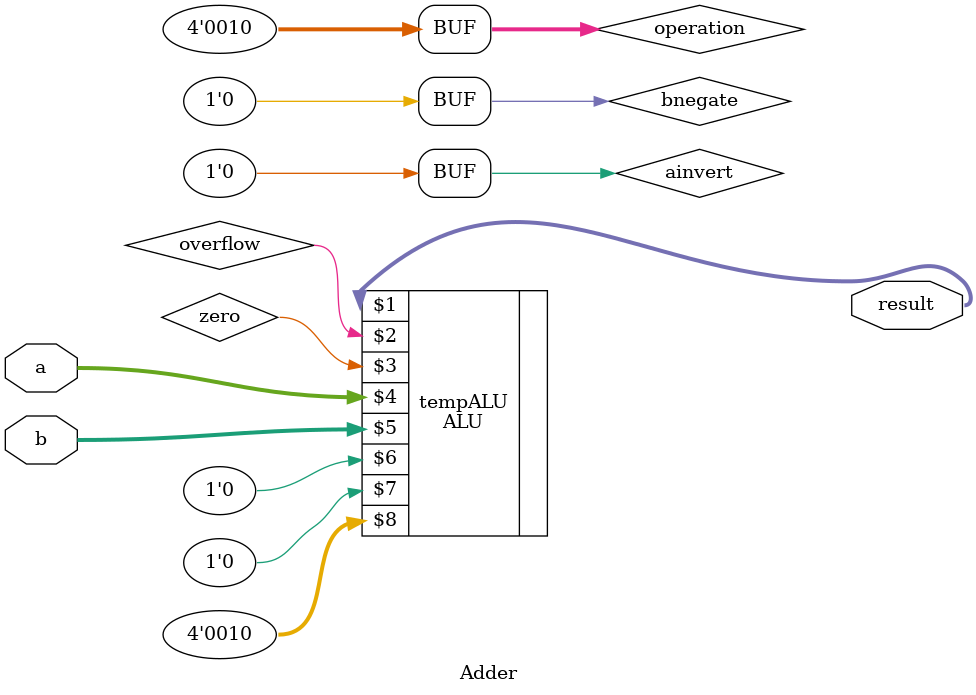
<source format=v>
`timescale 1ns / 1ps


module Adder(result,a,b);
output [31:0] result;
input [31:0] a;
input [31:0] b;
reg [3:0] operation=4'b0010;
reg ainvert=1'b0;
reg bnegate=1'b0;
wire zero;
wire overflow;
ALU tempALU (result,overflow,zero,a,b,ainvert,bnegate,operation);
endmodule

</source>
